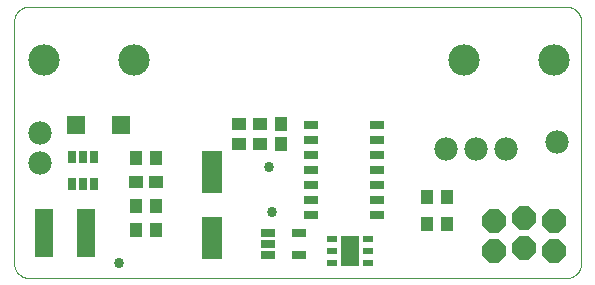
<source format=gts>
G75*
%MOIN*%
%OFA0B0*%
%FSLAX25Y25*%
%IPPOS*%
%LPD*%
%AMOC8*
5,1,8,0,0,1.08239X$1,22.5*
%
%ADD10C,0.00000*%
%ADD11R,0.02762X0.03943*%
%ADD12R,0.05124X0.02565*%
%ADD13R,0.06306X0.16148*%
%ADD14OC8,0.07800*%
%ADD15R,0.04337X0.04731*%
%ADD16C,0.07800*%
%ADD17R,0.04731X0.04337*%
%ADD18R,0.05912X0.05912*%
%ADD19R,0.06699X0.14180*%
%ADD20R,0.05124X0.02762*%
%ADD21R,0.03550X0.02172*%
%ADD22R,0.06306X0.09849*%
%ADD23C,0.10450*%
%ADD24C,0.03400*%
D10*
X0012000Y0060307D02*
X0190976Y0060307D01*
X0191116Y0060309D01*
X0191256Y0060315D01*
X0191396Y0060325D01*
X0191536Y0060338D01*
X0191675Y0060356D01*
X0191814Y0060378D01*
X0191951Y0060403D01*
X0192089Y0060432D01*
X0192225Y0060465D01*
X0192360Y0060502D01*
X0192494Y0060543D01*
X0192627Y0060588D01*
X0192759Y0060636D01*
X0192889Y0060688D01*
X0193018Y0060743D01*
X0193145Y0060802D01*
X0193271Y0060865D01*
X0193395Y0060931D01*
X0193516Y0061000D01*
X0193636Y0061073D01*
X0193754Y0061150D01*
X0193869Y0061229D01*
X0193983Y0061312D01*
X0194093Y0061398D01*
X0194202Y0061487D01*
X0194308Y0061579D01*
X0194411Y0061674D01*
X0194512Y0061771D01*
X0194609Y0061872D01*
X0194704Y0061975D01*
X0194796Y0062081D01*
X0194885Y0062190D01*
X0194971Y0062300D01*
X0195054Y0062414D01*
X0195133Y0062529D01*
X0195210Y0062647D01*
X0195283Y0062767D01*
X0195352Y0062888D01*
X0195418Y0063012D01*
X0195481Y0063138D01*
X0195540Y0063265D01*
X0195595Y0063394D01*
X0195647Y0063524D01*
X0195695Y0063656D01*
X0195740Y0063789D01*
X0195781Y0063923D01*
X0195818Y0064058D01*
X0195851Y0064194D01*
X0195880Y0064332D01*
X0195905Y0064469D01*
X0195927Y0064608D01*
X0195945Y0064747D01*
X0195958Y0064887D01*
X0195968Y0065027D01*
X0195974Y0065167D01*
X0195976Y0065307D01*
X0195976Y0145858D01*
X0195974Y0145998D01*
X0195968Y0146138D01*
X0195958Y0146278D01*
X0195945Y0146418D01*
X0195927Y0146557D01*
X0195905Y0146696D01*
X0195880Y0146833D01*
X0195851Y0146971D01*
X0195818Y0147107D01*
X0195781Y0147242D01*
X0195740Y0147376D01*
X0195695Y0147509D01*
X0195647Y0147641D01*
X0195595Y0147771D01*
X0195540Y0147900D01*
X0195481Y0148027D01*
X0195418Y0148153D01*
X0195352Y0148277D01*
X0195283Y0148398D01*
X0195210Y0148518D01*
X0195133Y0148636D01*
X0195054Y0148751D01*
X0194971Y0148865D01*
X0194885Y0148975D01*
X0194796Y0149084D01*
X0194704Y0149190D01*
X0194609Y0149293D01*
X0194512Y0149394D01*
X0194411Y0149491D01*
X0194308Y0149586D01*
X0194202Y0149678D01*
X0194093Y0149767D01*
X0193983Y0149853D01*
X0193869Y0149936D01*
X0193754Y0150015D01*
X0193636Y0150092D01*
X0193516Y0150165D01*
X0193395Y0150234D01*
X0193271Y0150300D01*
X0193145Y0150363D01*
X0193018Y0150422D01*
X0192889Y0150477D01*
X0192759Y0150529D01*
X0192627Y0150577D01*
X0192494Y0150622D01*
X0192360Y0150663D01*
X0192225Y0150700D01*
X0192089Y0150733D01*
X0191951Y0150762D01*
X0191814Y0150787D01*
X0191675Y0150809D01*
X0191536Y0150827D01*
X0191396Y0150840D01*
X0191256Y0150850D01*
X0191116Y0150856D01*
X0190976Y0150858D01*
X0012000Y0150858D01*
X0011860Y0150856D01*
X0011720Y0150850D01*
X0011580Y0150840D01*
X0011440Y0150827D01*
X0011301Y0150809D01*
X0011162Y0150787D01*
X0011025Y0150762D01*
X0010887Y0150733D01*
X0010751Y0150700D01*
X0010616Y0150663D01*
X0010482Y0150622D01*
X0010349Y0150577D01*
X0010217Y0150529D01*
X0010087Y0150477D01*
X0009958Y0150422D01*
X0009831Y0150363D01*
X0009705Y0150300D01*
X0009581Y0150234D01*
X0009460Y0150165D01*
X0009340Y0150092D01*
X0009222Y0150015D01*
X0009107Y0149936D01*
X0008993Y0149853D01*
X0008883Y0149767D01*
X0008774Y0149678D01*
X0008668Y0149586D01*
X0008565Y0149491D01*
X0008464Y0149394D01*
X0008367Y0149293D01*
X0008272Y0149190D01*
X0008180Y0149084D01*
X0008091Y0148975D01*
X0008005Y0148865D01*
X0007922Y0148751D01*
X0007843Y0148636D01*
X0007766Y0148518D01*
X0007693Y0148398D01*
X0007624Y0148277D01*
X0007558Y0148153D01*
X0007495Y0148027D01*
X0007436Y0147900D01*
X0007381Y0147771D01*
X0007329Y0147641D01*
X0007281Y0147509D01*
X0007236Y0147376D01*
X0007195Y0147242D01*
X0007158Y0147107D01*
X0007125Y0146971D01*
X0007096Y0146833D01*
X0007071Y0146696D01*
X0007049Y0146557D01*
X0007031Y0146418D01*
X0007018Y0146278D01*
X0007008Y0146138D01*
X0007002Y0145998D01*
X0007000Y0145858D01*
X0007000Y0065307D01*
X0007002Y0065167D01*
X0007008Y0065027D01*
X0007018Y0064887D01*
X0007031Y0064747D01*
X0007049Y0064608D01*
X0007071Y0064469D01*
X0007096Y0064332D01*
X0007125Y0064194D01*
X0007158Y0064058D01*
X0007195Y0063923D01*
X0007236Y0063789D01*
X0007281Y0063656D01*
X0007329Y0063524D01*
X0007381Y0063394D01*
X0007436Y0063265D01*
X0007495Y0063138D01*
X0007558Y0063012D01*
X0007624Y0062888D01*
X0007693Y0062767D01*
X0007766Y0062647D01*
X0007843Y0062529D01*
X0007922Y0062414D01*
X0008005Y0062300D01*
X0008091Y0062190D01*
X0008180Y0062081D01*
X0008272Y0061975D01*
X0008367Y0061872D01*
X0008464Y0061771D01*
X0008565Y0061674D01*
X0008668Y0061579D01*
X0008774Y0061487D01*
X0008883Y0061398D01*
X0008993Y0061312D01*
X0009107Y0061229D01*
X0009222Y0061150D01*
X0009340Y0061073D01*
X0009460Y0061000D01*
X0009581Y0060931D01*
X0009705Y0060865D01*
X0009831Y0060802D01*
X0009958Y0060743D01*
X0010087Y0060688D01*
X0010217Y0060636D01*
X0010349Y0060588D01*
X0010482Y0060543D01*
X0010616Y0060502D01*
X0010751Y0060465D01*
X0010887Y0060432D01*
X0011025Y0060403D01*
X0011162Y0060378D01*
X0011301Y0060356D01*
X0011440Y0060338D01*
X0011580Y0060325D01*
X0011720Y0060315D01*
X0011860Y0060309D01*
X0012000Y0060307D01*
D11*
X0026260Y0091779D03*
X0030000Y0091779D03*
X0033740Y0091779D03*
X0033740Y0100834D03*
X0030000Y0100834D03*
X0026260Y0100834D03*
D12*
X0091630Y0075409D03*
X0091630Y0071669D03*
X0091630Y0067929D03*
X0101866Y0067929D03*
X0101866Y0075409D03*
D13*
X0031087Y0075307D03*
X0016913Y0075307D03*
D14*
X0167000Y0079307D03*
X0177000Y0080307D03*
X0187000Y0079307D03*
X0177000Y0070307D03*
X0167000Y0069307D03*
X0187000Y0069307D03*
D15*
X0151346Y0078307D03*
X0144654Y0078307D03*
X0144654Y0087307D03*
X0151346Y0087307D03*
X0096000Y0104960D03*
X0096000Y0111653D03*
X0054346Y0100307D03*
X0047654Y0100307D03*
X0047654Y0084307D03*
X0054346Y0084307D03*
X0054346Y0076307D03*
X0047654Y0076307D03*
D16*
X0015500Y0098807D03*
X0015500Y0108807D03*
X0151000Y0103307D03*
X0161000Y0103307D03*
X0171000Y0103307D03*
X0188000Y0105583D03*
D17*
X0089000Y0104960D03*
X0082000Y0104960D03*
X0082000Y0111653D03*
X0089000Y0111653D03*
X0054346Y0092307D03*
X0047654Y0092307D03*
D18*
X0042480Y0111307D03*
X0027520Y0111307D03*
D19*
X0072874Y0095638D03*
X0072874Y0073590D03*
D20*
X0105976Y0081307D03*
X0105976Y0086307D03*
X0105976Y0091307D03*
X0105976Y0096307D03*
X0105976Y0101307D03*
X0105976Y0106307D03*
X0105976Y0111307D03*
X0128024Y0111307D03*
X0128024Y0106307D03*
X0128024Y0101307D03*
X0128024Y0096307D03*
X0128024Y0091307D03*
X0128024Y0086307D03*
X0128024Y0081307D03*
D21*
X0124906Y0073244D03*
X0124906Y0069307D03*
X0124906Y0065370D03*
X0113094Y0065370D03*
X0113094Y0069307D03*
X0113094Y0073244D03*
D22*
X0119000Y0069307D03*
D23*
X0157000Y0133063D03*
X0187000Y0133063D03*
X0047000Y0133063D03*
X0017000Y0133063D03*
D24*
X0092000Y0097307D03*
X0093000Y0082307D03*
X0042000Y0065307D03*
M02*

</source>
